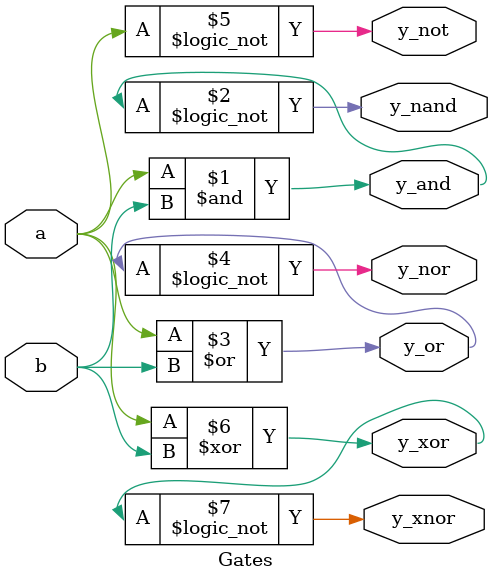
<source format=v>
module Gates(a,b,y_and,y_or,y_not,y_nor,y_nand,y_xor,y_xnor);
    input a,b;
    output y_and,y_or,y_not,y_nor,y_nand,y_xor,y_xnor;
    assign y_and = a & b,y_nand = !y_and;
    assign y_or = a | b,y_nor = !y_or;
    assign y_not = !a;
    assign y_xor = a ^ b,y_xnor = !y_xor;
endmodule
</source>
